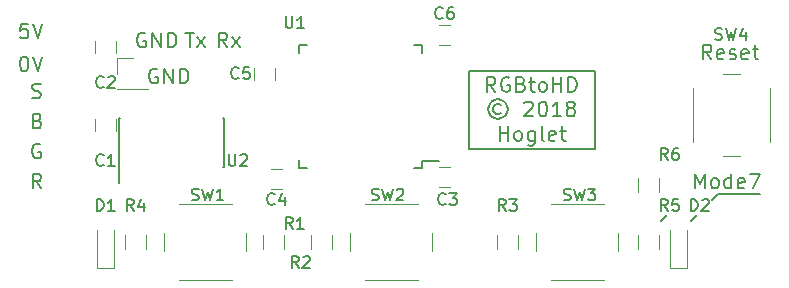
<source format=gto>
G04 #@! TF.FileFunction,Legend,Top*
%FSLAX46Y46*%
G04 Gerber Fmt 4.6, Leading zero omitted, Abs format (unit mm)*
G04 Created by KiCad (PCBNEW 4.0.7-e2-6376~58~ubuntu16.04.1) date Tue Jul 31 11:14:15 2018*
%MOMM*%
%LPD*%
G01*
G04 APERTURE LIST*
%ADD10C,0.100000*%
%ADD11C,0.200000*%
%ADD12C,0.150000*%
%ADD13C,0.120000*%
G04 APERTURE END LIST*
D10*
D11*
X72688000Y-46796960D02*
X76244000Y-46796960D01*
X72180000Y-47304960D02*
X72688000Y-46796960D01*
X70402000Y-49082960D02*
X70910000Y-48574960D01*
X68370000Y-48574960D02*
X67862000Y-49082960D01*
X67862000Y-49082960D02*
X68370000Y-48574960D01*
X70771429Y-46346436D02*
X70771429Y-45096436D01*
X71188096Y-45989293D01*
X71604762Y-45096436D01*
X71604762Y-46346436D01*
X72378571Y-46346436D02*
X72259524Y-46286912D01*
X72200000Y-46227389D01*
X72140476Y-46108341D01*
X72140476Y-45751198D01*
X72200000Y-45632150D01*
X72259524Y-45572627D01*
X72378571Y-45513103D01*
X72557143Y-45513103D01*
X72676191Y-45572627D01*
X72735714Y-45632150D01*
X72795238Y-45751198D01*
X72795238Y-46108341D01*
X72735714Y-46227389D01*
X72676191Y-46286912D01*
X72557143Y-46346436D01*
X72378571Y-46346436D01*
X73866666Y-46346436D02*
X73866666Y-45096436D01*
X73866666Y-46286912D02*
X73747619Y-46346436D01*
X73509523Y-46346436D01*
X73390476Y-46286912D01*
X73330952Y-46227389D01*
X73271428Y-46108341D01*
X73271428Y-45751198D01*
X73330952Y-45632150D01*
X73390476Y-45572627D01*
X73509523Y-45513103D01*
X73747619Y-45513103D01*
X73866666Y-45572627D01*
X74938095Y-46286912D02*
X74819047Y-46346436D01*
X74580952Y-46346436D01*
X74461904Y-46286912D01*
X74402380Y-46167865D01*
X74402380Y-45691674D01*
X74461904Y-45572627D01*
X74580952Y-45513103D01*
X74819047Y-45513103D01*
X74938095Y-45572627D01*
X74997618Y-45691674D01*
X74997618Y-45810722D01*
X74402380Y-45929770D01*
X75414285Y-45096436D02*
X76247619Y-45096436D01*
X75711904Y-46346436D01*
X24237619Y-33217960D02*
X24118571Y-33158436D01*
X23940000Y-33158436D01*
X23761428Y-33217960D01*
X23642381Y-33337008D01*
X23582857Y-33456055D01*
X23523333Y-33694150D01*
X23523333Y-33872722D01*
X23582857Y-34110817D01*
X23642381Y-34229865D01*
X23761428Y-34348912D01*
X23940000Y-34408436D01*
X24059048Y-34408436D01*
X24237619Y-34348912D01*
X24297143Y-34289389D01*
X24297143Y-33872722D01*
X24059048Y-33872722D01*
X24832857Y-34408436D02*
X24832857Y-33158436D01*
X25547143Y-34408436D01*
X25547143Y-33158436D01*
X26142381Y-34408436D02*
X26142381Y-33158436D01*
X26440000Y-33158436D01*
X26618572Y-33217960D01*
X26737619Y-33337008D01*
X26797143Y-33456055D01*
X26856667Y-33694150D01*
X26856667Y-33872722D01*
X26797143Y-34110817D01*
X26737619Y-34229865D01*
X26618572Y-34348912D01*
X26440000Y-34408436D01*
X26142381Y-34408436D01*
X62274000Y-36382960D02*
X62274000Y-42986960D01*
X51606000Y-36382960D02*
X51606000Y-42986960D01*
X25253619Y-36265960D02*
X25134571Y-36206436D01*
X24956000Y-36206436D01*
X24777428Y-36265960D01*
X24658381Y-36385008D01*
X24598857Y-36504055D01*
X24539333Y-36742150D01*
X24539333Y-36920722D01*
X24598857Y-37158817D01*
X24658381Y-37277865D01*
X24777428Y-37396912D01*
X24956000Y-37456436D01*
X25075048Y-37456436D01*
X25253619Y-37396912D01*
X25313143Y-37337389D01*
X25313143Y-36920722D01*
X25075048Y-36920722D01*
X25848857Y-37456436D02*
X25848857Y-36206436D01*
X26563143Y-37456436D01*
X26563143Y-36206436D01*
X27158381Y-37456436D02*
X27158381Y-36206436D01*
X27456000Y-36206436D01*
X27634572Y-36265960D01*
X27753619Y-36385008D01*
X27813143Y-36504055D01*
X27872667Y-36742150D01*
X27872667Y-36920722D01*
X27813143Y-37158817D01*
X27753619Y-37277865D01*
X27634572Y-37396912D01*
X27456000Y-37456436D01*
X27158381Y-37456436D01*
X51606000Y-42986960D02*
X62274000Y-42986960D01*
X62274000Y-36382960D02*
X51606000Y-36382960D01*
X53874524Y-38175436D02*
X53457857Y-37580198D01*
X53160238Y-38175436D02*
X53160238Y-36925436D01*
X53636429Y-36925436D01*
X53755476Y-36984960D01*
X53815000Y-37044484D01*
X53874524Y-37163531D01*
X53874524Y-37342103D01*
X53815000Y-37461150D01*
X53755476Y-37520674D01*
X53636429Y-37580198D01*
X53160238Y-37580198D01*
X55065000Y-36984960D02*
X54945952Y-36925436D01*
X54767381Y-36925436D01*
X54588809Y-36984960D01*
X54469762Y-37104008D01*
X54410238Y-37223055D01*
X54350714Y-37461150D01*
X54350714Y-37639722D01*
X54410238Y-37877817D01*
X54469762Y-37996865D01*
X54588809Y-38115912D01*
X54767381Y-38175436D01*
X54886429Y-38175436D01*
X55065000Y-38115912D01*
X55124524Y-38056389D01*
X55124524Y-37639722D01*
X54886429Y-37639722D01*
X56076905Y-37520674D02*
X56255476Y-37580198D01*
X56315000Y-37639722D01*
X56374524Y-37758770D01*
X56374524Y-37937341D01*
X56315000Y-38056389D01*
X56255476Y-38115912D01*
X56136429Y-38175436D01*
X55660238Y-38175436D01*
X55660238Y-36925436D01*
X56076905Y-36925436D01*
X56195952Y-36984960D01*
X56255476Y-37044484D01*
X56315000Y-37163531D01*
X56315000Y-37282579D01*
X56255476Y-37401627D01*
X56195952Y-37461150D01*
X56076905Y-37520674D01*
X55660238Y-37520674D01*
X56731667Y-37342103D02*
X57207857Y-37342103D01*
X56910238Y-36925436D02*
X56910238Y-37996865D01*
X56969762Y-38115912D01*
X57088809Y-38175436D01*
X57207857Y-38175436D01*
X57803095Y-38175436D02*
X57684048Y-38115912D01*
X57624524Y-38056389D01*
X57565000Y-37937341D01*
X57565000Y-37580198D01*
X57624524Y-37461150D01*
X57684048Y-37401627D01*
X57803095Y-37342103D01*
X57981667Y-37342103D01*
X58100715Y-37401627D01*
X58160238Y-37461150D01*
X58219762Y-37580198D01*
X58219762Y-37937341D01*
X58160238Y-38056389D01*
X58100715Y-38115912D01*
X57981667Y-38175436D01*
X57803095Y-38175436D01*
X58755476Y-38175436D02*
X58755476Y-36925436D01*
X58755476Y-37520674D02*
X59469762Y-37520674D01*
X59469762Y-38175436D02*
X59469762Y-36925436D01*
X60065000Y-38175436D02*
X60065000Y-36925436D01*
X60362619Y-36925436D01*
X60541191Y-36984960D01*
X60660238Y-37104008D01*
X60719762Y-37223055D01*
X60779286Y-37461150D01*
X60779286Y-37639722D01*
X60719762Y-37877817D01*
X60660238Y-37996865D01*
X60541191Y-38115912D01*
X60362619Y-38175436D01*
X60065000Y-38175436D01*
X54320953Y-39298055D02*
X54201905Y-39238531D01*
X53963810Y-39238531D01*
X53844762Y-39298055D01*
X53725715Y-39417103D01*
X53666191Y-39536150D01*
X53666191Y-39774246D01*
X53725715Y-39893293D01*
X53844762Y-40012341D01*
X53963810Y-40071865D01*
X54201905Y-40071865D01*
X54320953Y-40012341D01*
X54082858Y-38821865D02*
X53785239Y-38881389D01*
X53487619Y-39059960D01*
X53309048Y-39357579D01*
X53249524Y-39655198D01*
X53309048Y-39952817D01*
X53487619Y-40250436D01*
X53785239Y-40429008D01*
X54082858Y-40488531D01*
X54380477Y-40429008D01*
X54678096Y-40250436D01*
X54856667Y-39952817D01*
X54916191Y-39655198D01*
X54856667Y-39357579D01*
X54678096Y-39059960D01*
X54380477Y-38881389D01*
X54082858Y-38821865D01*
X56344762Y-39119484D02*
X56404286Y-39059960D01*
X56523334Y-39000436D01*
X56820953Y-39000436D01*
X56940000Y-39059960D01*
X56999524Y-39119484D01*
X57059048Y-39238531D01*
X57059048Y-39357579D01*
X56999524Y-39536150D01*
X56285238Y-40250436D01*
X57059048Y-40250436D01*
X57832857Y-39000436D02*
X57951905Y-39000436D01*
X58070953Y-39059960D01*
X58130476Y-39119484D01*
X58190000Y-39238531D01*
X58249524Y-39476627D01*
X58249524Y-39774246D01*
X58190000Y-40012341D01*
X58130476Y-40131389D01*
X58070953Y-40190912D01*
X57951905Y-40250436D01*
X57832857Y-40250436D01*
X57713810Y-40190912D01*
X57654286Y-40131389D01*
X57594762Y-40012341D01*
X57535238Y-39774246D01*
X57535238Y-39476627D01*
X57594762Y-39238531D01*
X57654286Y-39119484D01*
X57713810Y-39059960D01*
X57832857Y-39000436D01*
X59440000Y-40250436D02*
X58725714Y-40250436D01*
X59082857Y-40250436D02*
X59082857Y-39000436D01*
X58963809Y-39179008D01*
X58844762Y-39298055D01*
X58725714Y-39357579D01*
X60154285Y-39536150D02*
X60035238Y-39476627D01*
X59975714Y-39417103D01*
X59916190Y-39298055D01*
X59916190Y-39238531D01*
X59975714Y-39119484D01*
X60035238Y-39059960D01*
X60154285Y-39000436D01*
X60392381Y-39000436D01*
X60511428Y-39059960D01*
X60570952Y-39119484D01*
X60630476Y-39238531D01*
X60630476Y-39298055D01*
X60570952Y-39417103D01*
X60511428Y-39476627D01*
X60392381Y-39536150D01*
X60154285Y-39536150D01*
X60035238Y-39595674D01*
X59975714Y-39655198D01*
X59916190Y-39774246D01*
X59916190Y-40012341D01*
X59975714Y-40131389D01*
X60035238Y-40190912D01*
X60154285Y-40250436D01*
X60392381Y-40250436D01*
X60511428Y-40190912D01*
X60570952Y-40131389D01*
X60630476Y-40012341D01*
X60630476Y-39774246D01*
X60570952Y-39655198D01*
X60511428Y-39595674D01*
X60392381Y-39536150D01*
X54231667Y-42325436D02*
X54231667Y-41075436D01*
X54231667Y-41670674D02*
X54945953Y-41670674D01*
X54945953Y-42325436D02*
X54945953Y-41075436D01*
X55719762Y-42325436D02*
X55600715Y-42265912D01*
X55541191Y-42206389D01*
X55481667Y-42087341D01*
X55481667Y-41730198D01*
X55541191Y-41611150D01*
X55600715Y-41551627D01*
X55719762Y-41492103D01*
X55898334Y-41492103D01*
X56017382Y-41551627D01*
X56076905Y-41611150D01*
X56136429Y-41730198D01*
X56136429Y-42087341D01*
X56076905Y-42206389D01*
X56017382Y-42265912D01*
X55898334Y-42325436D01*
X55719762Y-42325436D01*
X57207857Y-41492103D02*
X57207857Y-42504008D01*
X57148334Y-42623055D01*
X57088810Y-42682579D01*
X56969762Y-42742103D01*
X56791191Y-42742103D01*
X56672143Y-42682579D01*
X57207857Y-42265912D02*
X57088810Y-42325436D01*
X56850714Y-42325436D01*
X56731667Y-42265912D01*
X56672143Y-42206389D01*
X56612619Y-42087341D01*
X56612619Y-41730198D01*
X56672143Y-41611150D01*
X56731667Y-41551627D01*
X56850714Y-41492103D01*
X57088810Y-41492103D01*
X57207857Y-41551627D01*
X57981666Y-42325436D02*
X57862619Y-42265912D01*
X57803095Y-42146865D01*
X57803095Y-41075436D01*
X58934048Y-42265912D02*
X58815000Y-42325436D01*
X58576905Y-42325436D01*
X58457857Y-42265912D01*
X58398333Y-42146865D01*
X58398333Y-41670674D01*
X58457857Y-41551627D01*
X58576905Y-41492103D01*
X58815000Y-41492103D01*
X58934048Y-41551627D01*
X58993571Y-41670674D01*
X58993571Y-41789722D01*
X58398333Y-41908770D01*
X59350715Y-41492103D02*
X59826905Y-41492103D01*
X59529286Y-41075436D02*
X59529286Y-42146865D01*
X59588810Y-42265912D01*
X59707857Y-42325436D01*
X59826905Y-42325436D01*
X72156381Y-35424436D02*
X71739714Y-34829198D01*
X71442095Y-35424436D02*
X71442095Y-34174436D01*
X71918286Y-34174436D01*
X72037333Y-34233960D01*
X72096857Y-34293484D01*
X72156381Y-34412531D01*
X72156381Y-34591103D01*
X72096857Y-34710150D01*
X72037333Y-34769674D01*
X71918286Y-34829198D01*
X71442095Y-34829198D01*
X73168286Y-35364912D02*
X73049238Y-35424436D01*
X72811143Y-35424436D01*
X72692095Y-35364912D01*
X72632571Y-35245865D01*
X72632571Y-34769674D01*
X72692095Y-34650627D01*
X72811143Y-34591103D01*
X73049238Y-34591103D01*
X73168286Y-34650627D01*
X73227809Y-34769674D01*
X73227809Y-34888722D01*
X72632571Y-35007770D01*
X73704000Y-35364912D02*
X73823048Y-35424436D01*
X74061143Y-35424436D01*
X74180191Y-35364912D01*
X74239715Y-35245865D01*
X74239715Y-35186341D01*
X74180191Y-35067293D01*
X74061143Y-35007770D01*
X73882572Y-35007770D01*
X73763524Y-34948246D01*
X73704000Y-34829198D01*
X73704000Y-34769674D01*
X73763524Y-34650627D01*
X73882572Y-34591103D01*
X74061143Y-34591103D01*
X74180191Y-34650627D01*
X75251620Y-35364912D02*
X75132572Y-35424436D01*
X74894477Y-35424436D01*
X74775429Y-35364912D01*
X74715905Y-35245865D01*
X74715905Y-34769674D01*
X74775429Y-34650627D01*
X74894477Y-34591103D01*
X75132572Y-34591103D01*
X75251620Y-34650627D01*
X75311143Y-34769674D01*
X75311143Y-34888722D01*
X74715905Y-35007770D01*
X75668287Y-34591103D02*
X76144477Y-34591103D01*
X75846858Y-34174436D02*
X75846858Y-35245865D01*
X75906382Y-35364912D01*
X76025429Y-35424436D01*
X76144477Y-35424436D01*
X27628905Y-33158436D02*
X28343190Y-33158436D01*
X27986047Y-34408436D02*
X27986047Y-33158436D01*
X28640809Y-34408436D02*
X29295571Y-33575103D01*
X28640809Y-33575103D02*
X29295571Y-34408436D01*
X31166953Y-34408436D02*
X30750286Y-33813198D01*
X30452667Y-34408436D02*
X30452667Y-33158436D01*
X30928858Y-33158436D01*
X31047905Y-33217960D01*
X31107429Y-33277484D01*
X31166953Y-33396531D01*
X31166953Y-33575103D01*
X31107429Y-33694150D01*
X31047905Y-33753674D01*
X30928858Y-33813198D01*
X30452667Y-33813198D01*
X31583619Y-34408436D02*
X32238381Y-33575103D01*
X31583619Y-33575103D02*
X32238381Y-34408436D01*
X14283905Y-32396436D02*
X13688667Y-32396436D01*
X13629143Y-32991674D01*
X13688667Y-32932150D01*
X13807715Y-32872627D01*
X14105334Y-32872627D01*
X14224381Y-32932150D01*
X14283905Y-32991674D01*
X14343429Y-33110722D01*
X14343429Y-33408341D01*
X14283905Y-33527389D01*
X14224381Y-33586912D01*
X14105334Y-33646436D01*
X13807715Y-33646436D01*
X13688667Y-33586912D01*
X13629143Y-33527389D01*
X14700572Y-32396436D02*
X15117238Y-33646436D01*
X15533905Y-32396436D01*
X13926762Y-35190436D02*
X14045810Y-35190436D01*
X14164858Y-35249960D01*
X14224381Y-35309484D01*
X14283905Y-35428531D01*
X14343429Y-35666627D01*
X14343429Y-35964246D01*
X14283905Y-36202341D01*
X14224381Y-36321389D01*
X14164858Y-36380912D01*
X14045810Y-36440436D01*
X13926762Y-36440436D01*
X13807715Y-36380912D01*
X13748191Y-36321389D01*
X13688667Y-36202341D01*
X13629143Y-35964246D01*
X13629143Y-35666627D01*
X13688667Y-35428531D01*
X13748191Y-35309484D01*
X13807715Y-35249960D01*
X13926762Y-35190436D01*
X14700572Y-35190436D02*
X15117238Y-36440436D01*
X15533905Y-35190436D01*
X14672857Y-38666912D02*
X14851429Y-38726436D01*
X15149048Y-38726436D01*
X15268095Y-38666912D01*
X15327619Y-38607389D01*
X15387143Y-38488341D01*
X15387143Y-38369293D01*
X15327619Y-38250246D01*
X15268095Y-38190722D01*
X15149048Y-38131198D01*
X14910952Y-38071674D01*
X14791905Y-38012150D01*
X14732381Y-37952627D01*
X14672857Y-37833579D01*
X14672857Y-37714531D01*
X14732381Y-37595484D01*
X14791905Y-37535960D01*
X14910952Y-37476436D01*
X15208572Y-37476436D01*
X15387143Y-37535960D01*
X15119286Y-40611674D02*
X15297857Y-40671198D01*
X15357381Y-40730722D01*
X15416905Y-40849770D01*
X15416905Y-41028341D01*
X15357381Y-41147389D01*
X15297857Y-41206912D01*
X15178810Y-41266436D01*
X14702619Y-41266436D01*
X14702619Y-40016436D01*
X15119286Y-40016436D01*
X15238333Y-40075960D01*
X15297857Y-40135484D01*
X15357381Y-40254531D01*
X15357381Y-40373579D01*
X15297857Y-40492627D01*
X15238333Y-40552150D01*
X15119286Y-40611674D01*
X14702619Y-40611674D01*
X15357381Y-42615960D02*
X15238333Y-42556436D01*
X15059762Y-42556436D01*
X14881190Y-42615960D01*
X14762143Y-42735008D01*
X14702619Y-42854055D01*
X14643095Y-43092150D01*
X14643095Y-43270722D01*
X14702619Y-43508817D01*
X14762143Y-43627865D01*
X14881190Y-43746912D01*
X15059762Y-43806436D01*
X15178810Y-43806436D01*
X15357381Y-43746912D01*
X15416905Y-43687389D01*
X15416905Y-43270722D01*
X15178810Y-43270722D01*
X15416905Y-46346436D02*
X15000238Y-45751198D01*
X14702619Y-46346436D02*
X14702619Y-45096436D01*
X15178810Y-45096436D01*
X15297857Y-45155960D01*
X15357381Y-45215484D01*
X15416905Y-45334531D01*
X15416905Y-45513103D01*
X15357381Y-45632150D01*
X15297857Y-45691674D01*
X15178810Y-45751198D01*
X14702619Y-45751198D01*
D12*
X22010000Y-44553960D02*
X22035000Y-44553960D01*
X22010000Y-40403960D02*
X22125000Y-40403960D01*
X30910000Y-40403960D02*
X30795000Y-40403960D01*
X30910000Y-44553960D02*
X30795000Y-44553960D01*
X22010000Y-44553960D02*
X22010000Y-40403960D01*
X30910000Y-44553960D02*
X30910000Y-40403960D01*
X22035000Y-44553960D02*
X22035000Y-45928960D01*
X47637000Y-44605960D02*
X47637000Y-44005960D01*
X37287000Y-44605960D02*
X37287000Y-43935960D01*
X37287000Y-34255960D02*
X37287000Y-34925960D01*
X47637000Y-34255960D02*
X47637000Y-34925960D01*
X47637000Y-44605960D02*
X46967000Y-44605960D01*
X47637000Y-34255960D02*
X46967000Y-34255960D01*
X37287000Y-34255960D02*
X37957000Y-34255960D01*
X37287000Y-44605960D02*
X37957000Y-44605960D01*
X47637000Y-44005960D02*
X49112000Y-44005960D01*
D13*
X70617000Y-37890960D02*
X70617000Y-42390960D01*
X74617000Y-36640960D02*
X73117000Y-36640960D01*
X77117000Y-42390960D02*
X77117000Y-37890960D01*
X73117000Y-43640960D02*
X74617000Y-43640960D01*
X21722000Y-41454960D02*
X21722000Y-40454960D01*
X20022000Y-40454960D02*
X20022000Y-41454960D01*
X21722000Y-34850960D02*
X21722000Y-33850960D01*
X20022000Y-33850960D02*
X20022000Y-34850960D01*
X49074000Y-46249960D02*
X50074000Y-46249960D01*
X50074000Y-44549960D02*
X49074000Y-44549960D01*
X34850000Y-46376960D02*
X35850000Y-46376960D01*
X35850000Y-44676960D02*
X34850000Y-44676960D01*
X33484000Y-36136960D02*
X33484000Y-37136960D01*
X35184000Y-37136960D02*
X35184000Y-36136960D01*
X50074000Y-32484960D02*
X49074000Y-32484960D01*
X49074000Y-34184960D02*
X50074000Y-34184960D01*
X35976000Y-50260960D02*
X35976000Y-51460960D01*
X34216000Y-51460960D02*
X34216000Y-50260960D01*
X40040000Y-50260960D02*
X40040000Y-51460960D01*
X38280000Y-51460960D02*
X38280000Y-50260960D01*
X55788000Y-50260960D02*
X55788000Y-51460960D01*
X54028000Y-51460960D02*
X54028000Y-50260960D01*
X31556000Y-47646960D02*
X27056000Y-47646960D01*
X32806000Y-51646960D02*
X32806000Y-50146960D01*
X27056000Y-54146960D02*
X31556000Y-54146960D01*
X25806000Y-50146960D02*
X25806000Y-51646960D01*
X47304000Y-47646960D02*
X42804000Y-47646960D01*
X48554000Y-51646960D02*
X48554000Y-50146960D01*
X42804000Y-54146960D02*
X47304000Y-54146960D01*
X41554000Y-50146960D02*
X41554000Y-51646960D01*
X63052000Y-47646960D02*
X58552000Y-47646960D01*
X64302000Y-51646960D02*
X64302000Y-50146960D01*
X58552000Y-54146960D02*
X63052000Y-54146960D01*
X57302000Y-50146960D02*
X57302000Y-51646960D01*
X22532000Y-51460960D02*
X22532000Y-50260960D01*
X24292000Y-50260960D02*
X24292000Y-51460960D01*
X65966000Y-51460960D02*
X65966000Y-50260960D01*
X67726000Y-50260960D02*
X67726000Y-51460960D01*
X21622000Y-49860960D02*
X21622000Y-53060960D01*
X20122000Y-53060960D02*
X20122000Y-49860960D01*
X20122000Y-53060960D02*
X21622000Y-53060960D01*
X70136000Y-49860960D02*
X70136000Y-53060960D01*
X68636000Y-53060960D02*
X68636000Y-49860960D01*
X68636000Y-53060960D02*
X70136000Y-53060960D01*
X21828000Y-37966960D02*
X24488000Y-37966960D01*
X21828000Y-37906960D02*
X21828000Y-37966960D01*
X24488000Y-37906960D02*
X24488000Y-37966960D01*
X21828000Y-37906960D02*
X24488000Y-37906960D01*
X21828000Y-36636960D02*
X21828000Y-35306960D01*
X21828000Y-35306960D02*
X23158000Y-35306960D01*
X65966000Y-46634960D02*
X65966000Y-45434960D01*
X67726000Y-45434960D02*
X67726000Y-46634960D01*
D12*
X31286095Y-43455341D02*
X31286095Y-44264865D01*
X31333714Y-44360103D01*
X31381333Y-44407722D01*
X31476571Y-44455341D01*
X31667048Y-44455341D01*
X31762286Y-44407722D01*
X31809905Y-44360103D01*
X31857524Y-44264865D01*
X31857524Y-43455341D01*
X32286095Y-43550579D02*
X32333714Y-43502960D01*
X32428952Y-43455341D01*
X32667048Y-43455341D01*
X32762286Y-43502960D01*
X32809905Y-43550579D01*
X32857524Y-43645817D01*
X32857524Y-43741055D01*
X32809905Y-43883912D01*
X32238476Y-44455341D01*
X32857524Y-44455341D01*
X36112095Y-31771341D02*
X36112095Y-32580865D01*
X36159714Y-32676103D01*
X36207333Y-32723722D01*
X36302571Y-32771341D01*
X36493048Y-32771341D01*
X36588286Y-32723722D01*
X36635905Y-32676103D01*
X36683524Y-32580865D01*
X36683524Y-31771341D01*
X37683524Y-32771341D02*
X37112095Y-32771341D01*
X37397809Y-32771341D02*
X37397809Y-31771341D01*
X37302571Y-31914198D01*
X37207333Y-32009436D01*
X37112095Y-32057055D01*
X72497667Y-33739722D02*
X72640524Y-33787341D01*
X72878620Y-33787341D01*
X72973858Y-33739722D01*
X73021477Y-33692103D01*
X73069096Y-33596865D01*
X73069096Y-33501627D01*
X73021477Y-33406389D01*
X72973858Y-33358770D01*
X72878620Y-33311150D01*
X72688143Y-33263531D01*
X72592905Y-33215912D01*
X72545286Y-33168293D01*
X72497667Y-33073055D01*
X72497667Y-32977817D01*
X72545286Y-32882579D01*
X72592905Y-32834960D01*
X72688143Y-32787341D01*
X72926239Y-32787341D01*
X73069096Y-32834960D01*
X73402429Y-32787341D02*
X73640524Y-33787341D01*
X73831001Y-33073055D01*
X74021477Y-33787341D01*
X74259572Y-32787341D01*
X75069096Y-33120674D02*
X75069096Y-33787341D01*
X74831000Y-32739722D02*
X74592905Y-33454008D01*
X75211953Y-33454008D01*
X20705334Y-44360103D02*
X20657715Y-44407722D01*
X20514858Y-44455341D01*
X20419620Y-44455341D01*
X20276762Y-44407722D01*
X20181524Y-44312484D01*
X20133905Y-44217246D01*
X20086286Y-44026770D01*
X20086286Y-43883912D01*
X20133905Y-43693436D01*
X20181524Y-43598198D01*
X20276762Y-43502960D01*
X20419620Y-43455341D01*
X20514858Y-43455341D01*
X20657715Y-43502960D01*
X20705334Y-43550579D01*
X21657715Y-44455341D02*
X21086286Y-44455341D01*
X21372000Y-44455341D02*
X21372000Y-43455341D01*
X21276762Y-43598198D01*
X21181524Y-43693436D01*
X21086286Y-43741055D01*
X20705334Y-37756103D02*
X20657715Y-37803722D01*
X20514858Y-37851341D01*
X20419620Y-37851341D01*
X20276762Y-37803722D01*
X20181524Y-37708484D01*
X20133905Y-37613246D01*
X20086286Y-37422770D01*
X20086286Y-37279912D01*
X20133905Y-37089436D01*
X20181524Y-36994198D01*
X20276762Y-36898960D01*
X20419620Y-36851341D01*
X20514858Y-36851341D01*
X20657715Y-36898960D01*
X20705334Y-36946579D01*
X21086286Y-36946579D02*
X21133905Y-36898960D01*
X21229143Y-36851341D01*
X21467239Y-36851341D01*
X21562477Y-36898960D01*
X21610096Y-36946579D01*
X21657715Y-37041817D01*
X21657715Y-37137055D01*
X21610096Y-37279912D01*
X21038667Y-37851341D01*
X21657715Y-37851341D01*
X49661334Y-47662103D02*
X49613715Y-47709722D01*
X49470858Y-47757341D01*
X49375620Y-47757341D01*
X49232762Y-47709722D01*
X49137524Y-47614484D01*
X49089905Y-47519246D01*
X49042286Y-47328770D01*
X49042286Y-47185912D01*
X49089905Y-46995436D01*
X49137524Y-46900198D01*
X49232762Y-46804960D01*
X49375620Y-46757341D01*
X49470858Y-46757341D01*
X49613715Y-46804960D01*
X49661334Y-46852579D01*
X49994667Y-46757341D02*
X50613715Y-46757341D01*
X50280381Y-47138293D01*
X50423239Y-47138293D01*
X50518477Y-47185912D01*
X50566096Y-47233531D01*
X50613715Y-47328770D01*
X50613715Y-47566865D01*
X50566096Y-47662103D01*
X50518477Y-47709722D01*
X50423239Y-47757341D01*
X50137524Y-47757341D01*
X50042286Y-47709722D01*
X49994667Y-47662103D01*
X35183334Y-47662103D02*
X35135715Y-47709722D01*
X34992858Y-47757341D01*
X34897620Y-47757341D01*
X34754762Y-47709722D01*
X34659524Y-47614484D01*
X34611905Y-47519246D01*
X34564286Y-47328770D01*
X34564286Y-47185912D01*
X34611905Y-46995436D01*
X34659524Y-46900198D01*
X34754762Y-46804960D01*
X34897620Y-46757341D01*
X34992858Y-46757341D01*
X35135715Y-46804960D01*
X35183334Y-46852579D01*
X36040477Y-47090674D02*
X36040477Y-47757341D01*
X35802381Y-46709722D02*
X35564286Y-47424008D01*
X36183334Y-47424008D01*
X32135334Y-36994103D02*
X32087715Y-37041722D01*
X31944858Y-37089341D01*
X31849620Y-37089341D01*
X31706762Y-37041722D01*
X31611524Y-36946484D01*
X31563905Y-36851246D01*
X31516286Y-36660770D01*
X31516286Y-36517912D01*
X31563905Y-36327436D01*
X31611524Y-36232198D01*
X31706762Y-36136960D01*
X31849620Y-36089341D01*
X31944858Y-36089341D01*
X32087715Y-36136960D01*
X32135334Y-36184579D01*
X33040096Y-36089341D02*
X32563905Y-36089341D01*
X32516286Y-36565531D01*
X32563905Y-36517912D01*
X32659143Y-36470293D01*
X32897239Y-36470293D01*
X32992477Y-36517912D01*
X33040096Y-36565531D01*
X33087715Y-36660770D01*
X33087715Y-36898865D01*
X33040096Y-36994103D01*
X32992477Y-37041722D01*
X32897239Y-37089341D01*
X32659143Y-37089341D01*
X32563905Y-37041722D01*
X32516286Y-36994103D01*
X49407334Y-31914103D02*
X49359715Y-31961722D01*
X49216858Y-32009341D01*
X49121620Y-32009341D01*
X48978762Y-31961722D01*
X48883524Y-31866484D01*
X48835905Y-31771246D01*
X48788286Y-31580770D01*
X48788286Y-31437912D01*
X48835905Y-31247436D01*
X48883524Y-31152198D01*
X48978762Y-31056960D01*
X49121620Y-31009341D01*
X49216858Y-31009341D01*
X49359715Y-31056960D01*
X49407334Y-31104579D01*
X50264477Y-31009341D02*
X50074000Y-31009341D01*
X49978762Y-31056960D01*
X49931143Y-31104579D01*
X49835905Y-31247436D01*
X49788286Y-31437912D01*
X49788286Y-31818865D01*
X49835905Y-31914103D01*
X49883524Y-31961722D01*
X49978762Y-32009341D01*
X50169239Y-32009341D01*
X50264477Y-31961722D01*
X50312096Y-31914103D01*
X50359715Y-31818865D01*
X50359715Y-31580770D01*
X50312096Y-31485531D01*
X50264477Y-31437912D01*
X50169239Y-31390293D01*
X49978762Y-31390293D01*
X49883524Y-31437912D01*
X49835905Y-31485531D01*
X49788286Y-31580770D01*
X36707334Y-49789341D02*
X36374000Y-49313150D01*
X36135905Y-49789341D02*
X36135905Y-48789341D01*
X36516858Y-48789341D01*
X36612096Y-48836960D01*
X36659715Y-48884579D01*
X36707334Y-48979817D01*
X36707334Y-49122674D01*
X36659715Y-49217912D01*
X36612096Y-49265531D01*
X36516858Y-49313150D01*
X36135905Y-49313150D01*
X37659715Y-49789341D02*
X37088286Y-49789341D01*
X37374000Y-49789341D02*
X37374000Y-48789341D01*
X37278762Y-48932198D01*
X37183524Y-49027436D01*
X37088286Y-49075055D01*
X37215334Y-53091341D02*
X36882000Y-52615150D01*
X36643905Y-53091341D02*
X36643905Y-52091341D01*
X37024858Y-52091341D01*
X37120096Y-52138960D01*
X37167715Y-52186579D01*
X37215334Y-52281817D01*
X37215334Y-52424674D01*
X37167715Y-52519912D01*
X37120096Y-52567531D01*
X37024858Y-52615150D01*
X36643905Y-52615150D01*
X37596286Y-52186579D02*
X37643905Y-52138960D01*
X37739143Y-52091341D01*
X37977239Y-52091341D01*
X38072477Y-52138960D01*
X38120096Y-52186579D01*
X38167715Y-52281817D01*
X38167715Y-52377055D01*
X38120096Y-52519912D01*
X37548667Y-53091341D01*
X38167715Y-53091341D01*
X54741334Y-48265341D02*
X54408000Y-47789150D01*
X54169905Y-48265341D02*
X54169905Y-47265341D01*
X54550858Y-47265341D01*
X54646096Y-47312960D01*
X54693715Y-47360579D01*
X54741334Y-47455817D01*
X54741334Y-47598674D01*
X54693715Y-47693912D01*
X54646096Y-47741531D01*
X54550858Y-47789150D01*
X54169905Y-47789150D01*
X55074667Y-47265341D02*
X55693715Y-47265341D01*
X55360381Y-47646293D01*
X55503239Y-47646293D01*
X55598477Y-47693912D01*
X55646096Y-47741531D01*
X55693715Y-47836770D01*
X55693715Y-48074865D01*
X55646096Y-48170103D01*
X55598477Y-48217722D01*
X55503239Y-48265341D01*
X55217524Y-48265341D01*
X55122286Y-48217722D01*
X55074667Y-48170103D01*
X28174667Y-47328722D02*
X28317524Y-47376341D01*
X28555620Y-47376341D01*
X28650858Y-47328722D01*
X28698477Y-47281103D01*
X28746096Y-47185865D01*
X28746096Y-47090627D01*
X28698477Y-46995389D01*
X28650858Y-46947770D01*
X28555620Y-46900150D01*
X28365143Y-46852531D01*
X28269905Y-46804912D01*
X28222286Y-46757293D01*
X28174667Y-46662055D01*
X28174667Y-46566817D01*
X28222286Y-46471579D01*
X28269905Y-46423960D01*
X28365143Y-46376341D01*
X28603239Y-46376341D01*
X28746096Y-46423960D01*
X29079429Y-46376341D02*
X29317524Y-47376341D01*
X29508001Y-46662055D01*
X29698477Y-47376341D01*
X29936572Y-46376341D01*
X30841334Y-47376341D02*
X30269905Y-47376341D01*
X30555619Y-47376341D02*
X30555619Y-46376341D01*
X30460381Y-46519198D01*
X30365143Y-46614436D01*
X30269905Y-46662055D01*
X43414667Y-47328722D02*
X43557524Y-47376341D01*
X43795620Y-47376341D01*
X43890858Y-47328722D01*
X43938477Y-47281103D01*
X43986096Y-47185865D01*
X43986096Y-47090627D01*
X43938477Y-46995389D01*
X43890858Y-46947770D01*
X43795620Y-46900150D01*
X43605143Y-46852531D01*
X43509905Y-46804912D01*
X43462286Y-46757293D01*
X43414667Y-46662055D01*
X43414667Y-46566817D01*
X43462286Y-46471579D01*
X43509905Y-46423960D01*
X43605143Y-46376341D01*
X43843239Y-46376341D01*
X43986096Y-46423960D01*
X44319429Y-46376341D02*
X44557524Y-47376341D01*
X44748001Y-46662055D01*
X44938477Y-47376341D01*
X45176572Y-46376341D01*
X45509905Y-46471579D02*
X45557524Y-46423960D01*
X45652762Y-46376341D01*
X45890858Y-46376341D01*
X45986096Y-46423960D01*
X46033715Y-46471579D01*
X46081334Y-46566817D01*
X46081334Y-46662055D01*
X46033715Y-46804912D01*
X45462286Y-47376341D01*
X46081334Y-47376341D01*
X59670667Y-47328722D02*
X59813524Y-47376341D01*
X60051620Y-47376341D01*
X60146858Y-47328722D01*
X60194477Y-47281103D01*
X60242096Y-47185865D01*
X60242096Y-47090627D01*
X60194477Y-46995389D01*
X60146858Y-46947770D01*
X60051620Y-46900150D01*
X59861143Y-46852531D01*
X59765905Y-46804912D01*
X59718286Y-46757293D01*
X59670667Y-46662055D01*
X59670667Y-46566817D01*
X59718286Y-46471579D01*
X59765905Y-46423960D01*
X59861143Y-46376341D01*
X60099239Y-46376341D01*
X60242096Y-46423960D01*
X60575429Y-46376341D02*
X60813524Y-47376341D01*
X61004001Y-46662055D01*
X61194477Y-47376341D01*
X61432572Y-46376341D01*
X61718286Y-46376341D02*
X62337334Y-46376341D01*
X62004000Y-46757293D01*
X62146858Y-46757293D01*
X62242096Y-46804912D01*
X62289715Y-46852531D01*
X62337334Y-46947770D01*
X62337334Y-47185865D01*
X62289715Y-47281103D01*
X62242096Y-47328722D01*
X62146858Y-47376341D01*
X61861143Y-47376341D01*
X61765905Y-47328722D01*
X61718286Y-47281103D01*
X23245334Y-48265341D02*
X22912000Y-47789150D01*
X22673905Y-48265341D02*
X22673905Y-47265341D01*
X23054858Y-47265341D01*
X23150096Y-47312960D01*
X23197715Y-47360579D01*
X23245334Y-47455817D01*
X23245334Y-47598674D01*
X23197715Y-47693912D01*
X23150096Y-47741531D01*
X23054858Y-47789150D01*
X22673905Y-47789150D01*
X24102477Y-47598674D02*
X24102477Y-48265341D01*
X23864381Y-47217722D02*
X23626286Y-47932008D01*
X24245334Y-47932008D01*
X68457334Y-48265341D02*
X68124000Y-47789150D01*
X67885905Y-48265341D02*
X67885905Y-47265341D01*
X68266858Y-47265341D01*
X68362096Y-47312960D01*
X68409715Y-47360579D01*
X68457334Y-47455817D01*
X68457334Y-47598674D01*
X68409715Y-47693912D01*
X68362096Y-47741531D01*
X68266858Y-47789150D01*
X67885905Y-47789150D01*
X69362096Y-47265341D02*
X68885905Y-47265341D01*
X68838286Y-47741531D01*
X68885905Y-47693912D01*
X68981143Y-47646293D01*
X69219239Y-47646293D01*
X69314477Y-47693912D01*
X69362096Y-47741531D01*
X69409715Y-47836770D01*
X69409715Y-48074865D01*
X69362096Y-48170103D01*
X69314477Y-48217722D01*
X69219239Y-48265341D01*
X68981143Y-48265341D01*
X68885905Y-48217722D01*
X68838286Y-48170103D01*
X20133905Y-48265341D02*
X20133905Y-47265341D01*
X20372000Y-47265341D01*
X20514858Y-47312960D01*
X20610096Y-47408198D01*
X20657715Y-47503436D01*
X20705334Y-47693912D01*
X20705334Y-47836770D01*
X20657715Y-48027246D01*
X20610096Y-48122484D01*
X20514858Y-48217722D01*
X20372000Y-48265341D01*
X20133905Y-48265341D01*
X21657715Y-48265341D02*
X21086286Y-48265341D01*
X21372000Y-48265341D02*
X21372000Y-47265341D01*
X21276762Y-47408198D01*
X21181524Y-47503436D01*
X21086286Y-47551055D01*
X70425905Y-48265341D02*
X70425905Y-47265341D01*
X70664000Y-47265341D01*
X70806858Y-47312960D01*
X70902096Y-47408198D01*
X70949715Y-47503436D01*
X70997334Y-47693912D01*
X70997334Y-47836770D01*
X70949715Y-48027246D01*
X70902096Y-48122484D01*
X70806858Y-48217722D01*
X70664000Y-48265341D01*
X70425905Y-48265341D01*
X71378286Y-47360579D02*
X71425905Y-47312960D01*
X71521143Y-47265341D01*
X71759239Y-47265341D01*
X71854477Y-47312960D01*
X71902096Y-47360579D01*
X71949715Y-47455817D01*
X71949715Y-47551055D01*
X71902096Y-47693912D01*
X71330667Y-48265341D01*
X71949715Y-48265341D01*
X68457334Y-43947341D02*
X68124000Y-43471150D01*
X67885905Y-43947341D02*
X67885905Y-42947341D01*
X68266858Y-42947341D01*
X68362096Y-42994960D01*
X68409715Y-43042579D01*
X68457334Y-43137817D01*
X68457334Y-43280674D01*
X68409715Y-43375912D01*
X68362096Y-43423531D01*
X68266858Y-43471150D01*
X67885905Y-43471150D01*
X69314477Y-42947341D02*
X69124000Y-42947341D01*
X69028762Y-42994960D01*
X68981143Y-43042579D01*
X68885905Y-43185436D01*
X68838286Y-43375912D01*
X68838286Y-43756865D01*
X68885905Y-43852103D01*
X68933524Y-43899722D01*
X69028762Y-43947341D01*
X69219239Y-43947341D01*
X69314477Y-43899722D01*
X69362096Y-43852103D01*
X69409715Y-43756865D01*
X69409715Y-43518770D01*
X69362096Y-43423531D01*
X69314477Y-43375912D01*
X69219239Y-43328293D01*
X69028762Y-43328293D01*
X68933524Y-43375912D01*
X68885905Y-43423531D01*
X68838286Y-43518770D01*
M02*

</source>
